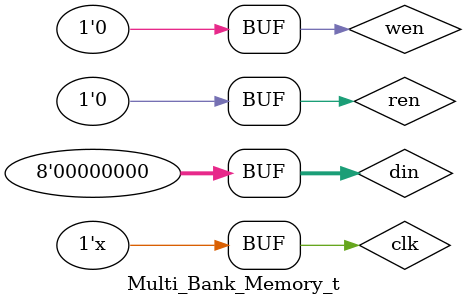
<source format=v>
`timescale 1ns / 1ps


module Multi_Bank_Memory_t();

reg clk = 0, ren = 0, wen = 0;
reg [7:0] din = 0;
reg [10:0] waddr, raddr;
wire [7:0] dout;

// specify duration of a clock cycle.
parameter cyc = 10;

// generate clock.
always #(cyc / 2) clk = !clk;

// uncommment and add "+access+r" to your nverilog command to dump fsdb waveform on NTHUCAD
// initial begin
//     $dumpfile("Multi_Bank_Memory.vhd");
//     $dumpvars("+all");
// end

Multi_Bank_Memory mbm(clk, ren, wen, waddr, raddr, din, dout);

endmodule

</source>
